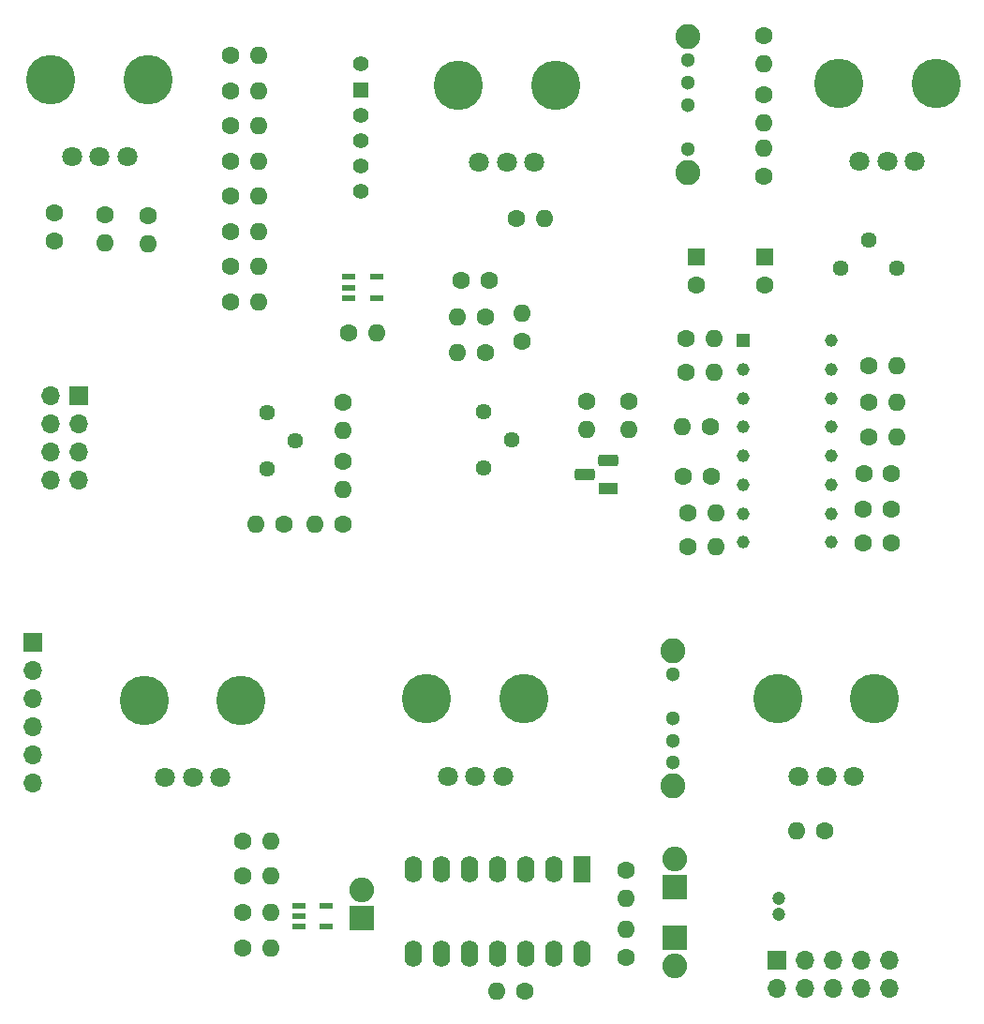
<source format=gts>
%TF.GenerationSoftware,KiCad,Pcbnew,8.0.8*%
%TF.CreationDate,2025-06-29T12:55:01+09:00*%
%TF.ProjectId,VCOSeparate,56434f53-6570-4617-9261-74652e6b6963,rev?*%
%TF.SameCoordinates,Original*%
%TF.FileFunction,Soldermask,Top*%
%TF.FilePolarity,Negative*%
%FSLAX46Y46*%
G04 Gerber Fmt 4.6, Leading zero omitted, Abs format (unit mm)*
G04 Created by KiCad (PCBNEW 8.0.8) date 2025-06-29 12:55:01*
%MOMM*%
%LPD*%
G01*
G04 APERTURE LIST*
G04 Aperture macros list*
%AMRoundRect*
0 Rectangle with rounded corners*
0 $1 Rounding radius*
0 $2 $3 $4 $5 $6 $7 $8 $9 X,Y pos of 4 corners*
0 Add a 4 corners polygon primitive as box body*
4,1,4,$2,$3,$4,$5,$6,$7,$8,$9,$2,$3,0*
0 Add four circle primitives for the rounded corners*
1,1,$1+$1,$2,$3*
1,1,$1+$1,$4,$5*
1,1,$1+$1,$6,$7*
1,1,$1+$1,$8,$9*
0 Add four rect primitives between the rounded corners*
20,1,$1+$1,$2,$3,$4,$5,0*
20,1,$1+$1,$4,$5,$6,$7,0*
20,1,$1+$1,$6,$7,$8,$9,0*
20,1,$1+$1,$8,$9,$2,$3,0*%
G04 Aperture macros list end*
%ADD10C,1.600000*%
%ADD11R,2.240000X2.240000*%
%ADD12O,2.240000X2.240000*%
%ADD13O,1.600000X1.600000*%
%ADD14R,1.600000X1.600000*%
%ADD15C,1.800000*%
%ADD16C,4.455000*%
%ADD17R,1.800000X1.100000*%
%ADD18RoundRect,0.275000X0.625000X-0.275000X0.625000X0.275000X-0.625000X0.275000X-0.625000X-0.275000X0*%
%ADD19C,1.440000*%
%ADD20R,1.700000X1.700000*%
%ADD21O,1.700000X1.700000*%
%ADD22R,1.400000X1.400000*%
%ADD23C,1.400000*%
%ADD24R,1.600000X2.400000*%
%ADD25O,1.600000X2.400000*%
%ADD26R,1.159000X1.159000*%
%ADD27C,1.159000*%
%ADD28C,1.300000*%
%ADD29C,2.250000*%
%ADD30R,1.200000X0.600000*%
%ADD31C,1.200000*%
G04 APERTURE END LIST*
D10*
%TO.C,C55*%
X224068000Y-99759900D03*
X226568000Y-99759900D03*
%TD*%
D11*
%TO.C,D28*%
X178689000Y-139907000D03*
D12*
X178689000Y-137367000D03*
%TD*%
D10*
%TO.C,R45*%
X166878000Y-61976000D03*
D13*
X169418000Y-61976000D03*
%TD*%
D10*
%TO.C,R114*%
X177038000Y-104267000D03*
D13*
X174498000Y-104267000D03*
%TD*%
D14*
%TO.C,C50*%
X208915000Y-80177000D03*
D10*
X208915000Y-82677000D03*
%TD*%
%TO.C,R259*%
X167963000Y-142574000D03*
D13*
X170503000Y-142574000D03*
%TD*%
D10*
%TO.C,R43*%
X166878000Y-68326000D03*
D13*
X169418000Y-68326000D03*
%TD*%
D10*
%TO.C,R1*%
X159422000Y-76425000D03*
D13*
X159422000Y-78965000D03*
%TD*%
D10*
%TO.C,R128*%
X210185000Y-95504000D03*
D13*
X207645000Y-95504000D03*
%TD*%
D15*
%TO.C,VR3*%
X152522000Y-71135000D03*
X155022000Y-71135000D03*
X157522000Y-71135000D03*
D16*
X150622000Y-64135000D03*
X159422000Y-64135000D03*
%TD*%
D10*
%TO.C,R118*%
X224507000Y-89980900D03*
D13*
X227047000Y-89980900D03*
%TD*%
D10*
%TO.C,R125*%
X208153000Y-103315900D03*
D13*
X210693000Y-103315900D03*
%TD*%
D10*
%TO.C,R214*%
X215011000Y-60198000D03*
D13*
X215011000Y-62738000D03*
%TD*%
D10*
%TO.C,R186*%
X167992000Y-136097000D03*
D13*
X170532000Y-136097000D03*
%TD*%
D17*
%TO.C,Q18*%
X200945000Y-101092000D03*
D18*
X198875000Y-99822000D03*
X200945000Y-98552000D03*
%TD*%
D10*
%TO.C,C42*%
X187706000Y-82296000D03*
X190206000Y-82296000D03*
%TD*%
%TO.C,R44*%
X166878000Y-65151000D03*
D13*
X169418000Y-65151000D03*
%TD*%
D10*
%TO.C,R123*%
X193450000Y-146431000D03*
D13*
X190910000Y-146431000D03*
%TD*%
D10*
%TO.C,R193*%
X215011000Y-72898000D03*
D13*
X215011000Y-70358000D03*
%TD*%
D10*
%TO.C,R189*%
X202565000Y-135560000D03*
D13*
X202565000Y-138100000D03*
%TD*%
D15*
%TO.C,VR10*%
X218168000Y-127065000D03*
X220668000Y-127065000D03*
X223168000Y-127065000D03*
D16*
X216268000Y-120065000D03*
X225068000Y-120065000D03*
%TD*%
D19*
%TO.C,TM5*%
X170180000Y-99314000D03*
X172720000Y-96774000D03*
X170180000Y-94234000D03*
%TD*%
D10*
%TO.C,R104*%
X192659000Y-76708000D03*
D13*
X195199000Y-76708000D03*
%TD*%
D10*
%TO.C,C53*%
X226548000Y-102934900D03*
X224048000Y-102934900D03*
%TD*%
%TO.C,R120*%
X208026000Y-87567900D03*
D13*
X210566000Y-87567900D03*
%TD*%
D20*
%TO.C,J4*%
X149000000Y-115000000D03*
D21*
X149000000Y-117540000D03*
X149000000Y-120080000D03*
X149000000Y-122620000D03*
X149000000Y-125160000D03*
X149000000Y-127700000D03*
%TD*%
D20*
%TO.C,J5*%
X153162000Y-92710000D03*
D21*
X150622000Y-92710000D03*
X153162000Y-95250000D03*
X150622000Y-95250000D03*
X153162000Y-97790000D03*
X150622000Y-97790000D03*
X153162000Y-100330000D03*
X150622000Y-100330000D03*
%TD*%
D10*
%TO.C,R55*%
X215011000Y-65503000D03*
D13*
X215011000Y-68043000D03*
%TD*%
D10*
%TO.C,R40*%
X166878000Y-77851000D03*
D13*
X169418000Y-77851000D03*
%TD*%
D15*
%TO.C,VR6*%
X223687000Y-71544000D03*
X226187000Y-71544000D03*
X228687000Y-71544000D03*
D16*
X221787000Y-64544000D03*
X230587000Y-64544000D03*
%TD*%
D22*
%TO.C,S1*%
X178607000Y-65066000D03*
D23*
X178607000Y-67366000D03*
X178607000Y-69666000D03*
X178607000Y-71966000D03*
X178607000Y-62766000D03*
X178607000Y-74266000D03*
%TD*%
D10*
%TO.C,R102*%
X189865000Y-85598000D03*
D13*
X187325000Y-85598000D03*
%TD*%
D24*
%TO.C,IC4*%
X198628000Y-135447000D03*
D25*
X196088000Y-135447000D03*
X193548000Y-135447000D03*
X191008000Y-135447000D03*
X188468000Y-135447000D03*
X185928000Y-135447000D03*
X183388000Y-135447000D03*
X183388000Y-143067000D03*
X185928000Y-143067000D03*
X188468000Y-143067000D03*
X191008000Y-143067000D03*
X193548000Y-143067000D03*
X196088000Y-143067000D03*
X198628000Y-143067000D03*
%TD*%
D15*
%TO.C,VR4*%
X189315000Y-71643000D03*
X191815000Y-71643000D03*
X194315000Y-71643000D03*
D16*
X187415000Y-64643000D03*
X196215000Y-64643000D03*
%TD*%
D15*
%TO.C,VR9*%
X186478000Y-127065000D03*
X188978000Y-127065000D03*
X191478000Y-127065000D03*
D16*
X184578000Y-120065000D03*
X193378000Y-120065000D03*
%TD*%
D26*
%TO.C,IC1*%
X213201000Y-87726900D03*
D27*
X213201000Y-90329900D03*
X213201000Y-92933900D03*
X213201000Y-95536900D03*
X213201000Y-98140900D03*
X213201000Y-100743900D03*
X213201000Y-103347900D03*
X213201000Y-105950900D03*
X221139000Y-105950900D03*
X221139000Y-103347900D03*
X221139000Y-100743900D03*
X221139000Y-98140900D03*
X221139000Y-95536900D03*
X221139000Y-92933900D03*
X221139000Y-90329900D03*
X221139000Y-87726900D03*
%TD*%
D28*
%TO.C,S3*%
X206785000Y-117826000D03*
X206785000Y-121826000D03*
X206785000Y-123826000D03*
X206785000Y-125826000D03*
D29*
X206785000Y-115726000D03*
X206785000Y-127926000D03*
%TD*%
D10*
%TO.C,R191*%
X193167000Y-87757000D03*
D13*
X193167000Y-85217000D03*
%TD*%
D10*
%TO.C,R188*%
X220501000Y-132018000D03*
D13*
X217961000Y-132018000D03*
%TD*%
D28*
%TO.C,S2*%
X208153000Y-70417000D03*
X208153000Y-66417000D03*
X208153000Y-64417000D03*
X208153000Y-62417000D03*
D29*
X208153000Y-72517000D03*
X208153000Y-60317000D03*
%TD*%
D10*
%TO.C,R124*%
X199009000Y-93218000D03*
D13*
X199009000Y-95758000D03*
%TD*%
D10*
%TO.C,R121*%
X208026000Y-90615900D03*
D13*
X210566000Y-90615900D03*
%TD*%
D10*
%TO.C,R129*%
X202819000Y-93218000D03*
D13*
X202819000Y-95758000D03*
%TD*%
D14*
%TO.C,C49*%
X215138000Y-80177000D03*
D10*
X215138000Y-82677000D03*
%TD*%
%TO.C,R38*%
X166878000Y-84201000D03*
D13*
X169418000Y-84201000D03*
%TD*%
D10*
%TO.C,R187*%
X167992000Y-132922000D03*
D13*
X170532000Y-132922000D03*
%TD*%
D10*
%TO.C,R126*%
X208153000Y-106363900D03*
D13*
X210693000Y-106363900D03*
%TD*%
D10*
%TO.C,R190*%
X202565000Y-143463000D03*
D13*
X202565000Y-140923000D03*
%TD*%
D10*
%TO.C,R117*%
X177023000Y-93316000D03*
D13*
X177023000Y-95856000D03*
%TD*%
D20*
%TO.C,J3*%
X216218000Y-143702000D03*
D21*
X216218000Y-146242000D03*
X218758000Y-143702000D03*
X218758000Y-146242000D03*
X221298000Y-143702000D03*
X221298000Y-146242000D03*
X223838000Y-143702000D03*
X223838000Y-146242000D03*
X226378000Y-143702000D03*
X226378000Y-146242000D03*
%TD*%
D10*
%TO.C,R127*%
X224507000Y-96457900D03*
D13*
X227047000Y-96457900D03*
%TD*%
D10*
%TO.C,R101*%
X189870000Y-88803000D03*
D13*
X187330000Y-88803000D03*
%TD*%
D30*
%TO.C,IC3*%
X173003000Y-138749000D03*
X173003000Y-139699000D03*
X173003000Y-140649000D03*
X175503000Y-140649000D03*
X175503000Y-138749000D03*
%TD*%
D10*
%TO.C,C51*%
X207772000Y-100013900D03*
X210272000Y-100013900D03*
%TD*%
%TO.C,R41*%
X166878000Y-74676000D03*
D13*
X169418000Y-74676000D03*
%TD*%
D10*
%TO.C,C52*%
X226528000Y-105982900D03*
X224028000Y-105982900D03*
%TD*%
%TO.C,R2*%
X155485000Y-76327000D03*
D13*
X155485000Y-78867000D03*
%TD*%
D19*
%TO.C,TM4*%
X189738000Y-99187000D03*
X192278000Y-96647000D03*
X189738000Y-94107000D03*
%TD*%
D10*
%TO.C,R119*%
X224536000Y-93282900D03*
D13*
X227076000Y-93282900D03*
%TD*%
D10*
%TO.C,R258*%
X167992000Y-139399000D03*
D13*
X170532000Y-139399000D03*
%TD*%
D10*
%TO.C,R115*%
X171704000Y-104267000D03*
D13*
X169164000Y-104267000D03*
%TD*%
D19*
%TO.C,TM6*%
X227076000Y-81217900D03*
X224536000Y-78677900D03*
X221996000Y-81217900D03*
%TD*%
D10*
%TO.C,R42*%
X166878000Y-71501000D03*
D13*
X169418000Y-71501000D03*
%TD*%
D30*
%TO.C,IC2*%
X177566000Y-81981000D03*
X177566000Y-82931000D03*
X177566000Y-83881000D03*
X180066000Y-83881000D03*
X180066000Y-81981000D03*
%TD*%
D11*
%TO.C,D31*%
X207010000Y-137113000D03*
D12*
X207010000Y-134573000D03*
%TD*%
D10*
%TO.C,R116*%
X177023000Y-98650000D03*
D13*
X177023000Y-101190000D03*
%TD*%
D10*
%TO.C,R112*%
X177546000Y-86995000D03*
D13*
X180086000Y-86995000D03*
%TD*%
D11*
%TO.C,D32*%
X207010000Y-141644000D03*
D12*
X207010000Y-144184000D03*
%TD*%
D31*
%TO.C,C54*%
X216378000Y-138057000D03*
X216378000Y-139557000D03*
%TD*%
D10*
%TO.C,R39*%
X166878000Y-81026000D03*
D13*
X169418000Y-81026000D03*
%TD*%
D15*
%TO.C,VR8*%
X160933000Y-127207000D03*
X163433000Y-127207000D03*
X165933000Y-127207000D03*
D16*
X159033000Y-120207000D03*
X167833000Y-120207000D03*
%TD*%
D10*
%TO.C,C1*%
X150913000Y-78700000D03*
X150913000Y-76200000D03*
%TD*%
M02*

</source>
